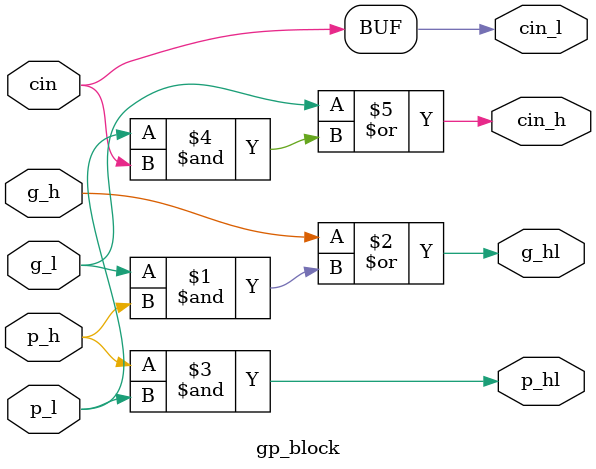
<source format=sv>
module gp_block(
    input logic g_l, g_h, p_l, p_h, cin, // g_l = generate of lower block, p_h = propagate of higher block, cin = carry_in for lower block ...
    output logic g_hl, p_hl, // combined generate and propagate of the two blocks
    output logic cin_h, cin_l // carry_ins of high and low blocks respectively
);


assign g_hl = g_h | (g_l & p_h); 
assign p_hl = p_h & p_l; 

assign cin_h = g_l  | (p_l & (cin_l)); 
assign cin_l = cin; 

endmodule
</source>
